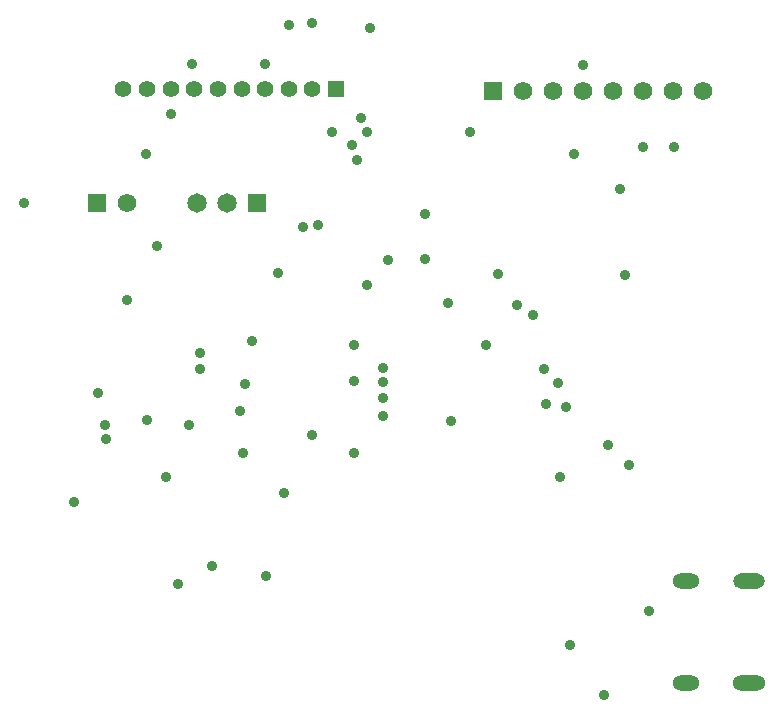
<source format=gbs>
%FSTAX23Y23*%
%MOIN*%
%SFA1B1*%

%IPPOS*%
%ADD54R,0.061810X0.061810*%
%ADD55C,0.061810*%
%ADD56O,0.106300X0.051180*%
%ADD57O,0.110240X0.051180*%
%ADD58O,0.090550X0.051180*%
%ADD59C,0.055120*%
%ADD60R,0.055120X0.055120*%
%ADD61R,0.064960X0.064960*%
%ADD62C,0.064960*%
%ADD63C,0.035430*%
%LN5th_year_project-1*%
%LPD*%
G54D54*
X03192Y03208D03*
X01871Y02834D03*
G54D55*
X03292Y03208D03*
X03392D03*
X03492D03*
X03592D03*
X03692D03*
X03792D03*
X03892D03*
X01971Y02834D03*
G54D56*
X04047Y01575D03*
G54D57*
X04047Y01235D03*
G54D58*
X03836Y01575D03*
Y01235D03*
G54D59*
X02196Y03216D03*
X02275D03*
X02354D03*
X02433D03*
X02511D03*
X0259D03*
X02118D03*
X02039D03*
X0196D03*
G54D60*
X02669Y03216D03*
G54D61*
X02407Y02834D03*
G54D62*
X02307Y02834D03*
X02207D03*
G54D63*
X01876Y02202D03*
X01898Y02096D03*
X01903Y02049D03*
X02179Y02096D03*
X0235Y0214D03*
X01797Y01837D03*
X02728Y02241D03*
X02824Y02286D03*
Y02238D03*
X02728Y02361D03*
X02824Y02126D03*
Y02184D03*
X03408Y02235D03*
X03562Y01196D03*
X02214Y0228D03*
X02496Y01869D03*
X03575Y02027D03*
X0337Y02165D03*
X03646Y01963D03*
X03272Y02495D03*
X03615Y02881D03*
X03437Y02154D03*
X02217Y02334D03*
X02389Y02376D03*
X02038Y02111D03*
X02101Y0192D03*
X02359Y02D03*
X02842Y02644D03*
X02967Y02799D03*
X02738Y02978D03*
X02773Y03072D03*
X02722Y03027D03*
X02655Y03071D03*
X02783Y03418D03*
X02589Y03436D03*
X02511Y03429D03*
X02432Y03299D03*
X02188Y03298D03*
X02118Y0313D03*
X02365Y02231D03*
X02965Y02648D03*
X03053Y02107D03*
X02437Y01591D03*
X02255Y01625D03*
X02034Y02997D03*
X02072Y02692D03*
X03324Y02461D03*
X03633Y02594D03*
X03462Y02998D03*
X03114Y03073D03*
X02773Y02563D03*
X03692Y03023D03*
X03208Y02598D03*
X03492Y03295D03*
X02751Y03118D03*
X0261Y02763D03*
X03795Y03023D03*
X03043Y02503D03*
X02728Y02003D03*
X03448Y01362D03*
X03362Y02283D03*
X03169Y02362D03*
X01972Y02511D03*
X03417Y01921D03*
X03712Y01476D03*
X0259Y02062D03*
X02559Y02755D03*
X02476Y02602D03*
X01629Y02834D03*
X02141Y01566D03*
M02*
</source>
